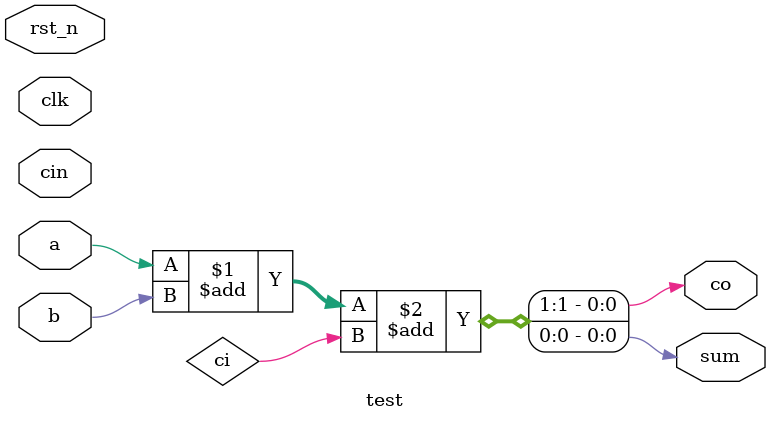
<source format=v>
module test(input clk,input rst_n,input a,input b,input cin,output sum,output co);

assign {co,sum}=a+b+ci;

endmodule 

</source>
